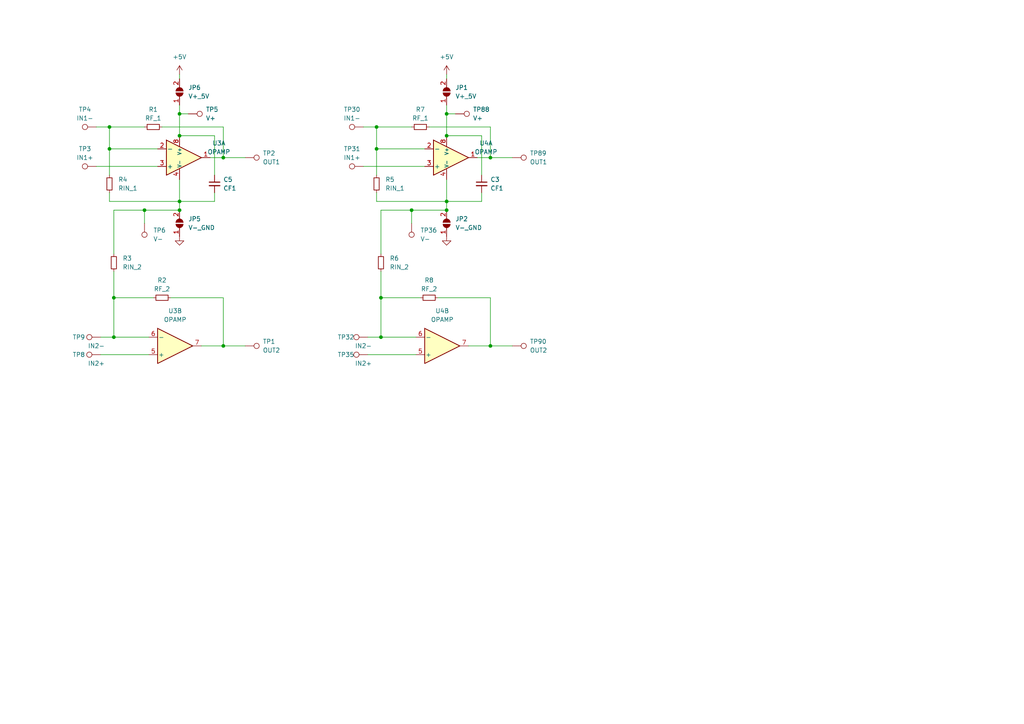
<source format=kicad_sch>
(kicad_sch (version 20250114) (generator "eeschema") (generator_version "9.0")
  (paper "A4")
  (lib_symbols
    (symbol "Connector:TestPoint" (pin_numbers (hide yes)) (pin_names (offset 0.762) (hide yes))
      (property "Reference" "TP" (at 0 6.858 0))
      (property "Value" "TestPoint" (at 0 5.08 0))
      (symbol "TestPoint_0_1"
        (circle (center 0 3.302) (radius 0.762))
      )
      (symbol "TestPoint_1_1"
        (pin passive line (at 0 0 90) (length 2.54) (name "1") (number "1"))
      )
    )
    (symbol "Device:C_Small" (pin_numbers (hide yes)) (pin_names (offset 0.254) (hide yes))
      (property "Reference" "C" (at 0.254 1.778 0))
      (property "Value" "C_Small" (at 0.254 -2.032 0))
      (symbol "C_Small_0_1"
        (polyline (pts (xy -1.524 0.508) (xy 1.524 0.508)) (stroke (width 0.3048)))
        (polyline (pts (xy -1.524 -0.508) (xy 1.524 -0.508)) (stroke (width 0.3302)))
      )
      (symbol "C_Small_1_1"
        (pin passive line (at 0 2.54 270) (length 2.032) (name "~") (number "1"))
        (pin passive line (at 0 -2.54 90) (length 2.032) (name "~") (number "2"))
      )
    )
    (symbol "Device:R_Small" (pin_numbers (hide yes)) (pin_names (offset 0.254) (hide yes))
      (property "Reference" "R" (at 0.762 0.508 0))
      (property "Value" "R_Small" (at 0.762 -1.016 0))
      (symbol "R_Small_0_1"
        (rectangle (start -0.762 1.778) (end 0.762 -1.778) (stroke (width 0.2032)))
      )
      (symbol "R_Small_1_1"
        (pin passive line (at 0 2.54 270) (length 0.762) (name "~") (number "1"))
        (pin passive line (at 0 -2.54 90) (length 0.762) (name "~") (number "2"))
      )
    )
    (symbol "Jumper:SolderJumper_2_Open" (pin_names (offset 0) (hide yes))
      (property "Reference" "JP" (at 0 2.032 0))
      (property "Value" "SolderJumper_2_Open" (at 0 -2.54 0))
      (symbol "SolderJumper_2_Open_0_1"
        (polyline (pts (xy -0.254 1.016) (xy -0.254 -1.016)))
        (arc (start -0.254 -1.016) (mid -1.2656 0) (end -0.254 1.016))
        (arc (start -0.254 -1.016) (mid -1.2656 0) (end -0.254 1.016) (fill (type outline)))
        (arc (start 0.254 1.016) (mid 1.2656 0) (end 0.254 -1.016))
        (arc (start 0.254 1.016) (mid 1.2656 0) (end 0.254 -1.016) (fill (type outline)))
        (polyline (pts (xy 0.254 1.016) (xy 0.254 -1.016)))
      )
      (symbol "SolderJumper_2_Open_1_1"
        (pin passive line (at -3.81 0 0) (length 2.54) (name "A") (number "1"))
        (pin passive line (at 3.81 0 180) (length 2.54) (name "B") (number "2"))
      )
    )
    (symbol "PCM_Amplifier_Operational_AKL:MCP6V02T-E-SN" (pin_names (offset 0.2))
      (property "Reference" "U" (at 2.54 7.62 0))
      (property "Value" "MCP6V02T-E-SN" (at 2.54 5.08 0))
      (symbol "MCP6V02T-E-SN_0_1"
        (polyline (pts (xy -3.81 5.08) (xy -3.81 -5.08) (xy 6.35 0) (xy -3.81 5.08)) (stroke (width 0.254)) (fill (type background)))
      )
      (symbol "MCP6V02T-E-SN_1_1"
        (pin input line (at -6.35 2.54 0) (length 2.54) (name "-") (number "2"))
        (pin input line (at -6.35 -2.54 0) (length 2.54) (name "+") (number "3"))
        (pin power_in line (at 0 6.35 270) (length 3.18) (name "V+") (number "8"))
        (pin power_in line (at 0 -6.35 90) (length 3.18) (name "V-") (number "4"))
        (pin output line (at 8.89 0 180) (length 2.54) (name "~") (number "1"))
      )
      (symbol "MCP6V02T-E-SN_2_1"
        (pin input line (at -6.35 2.54 0) (length 2.54) (name "-") (number "6"))
        (pin input line (at -6.35 -2.54 0) (length 2.54) (name "+") (number "5"))
        (pin output line (at 8.89 0 180) (length 2.54) (name "~") (number "7"))
      )
    )
    (symbol "power:+5V" (power) (pin_names (offset 0))
      (property "Value" "+5V" (at 0 3.556 0))
      (symbol "+5V_0_1"
        (polyline (pts (xy -0.762 1.27) (xy 0 2.54)))
        (polyline (pts (xy 0 2.54) (xy 0.762 1.27)))
        (polyline (pts (xy 0 0) (xy 0 2.54)))
      )
      (symbol "+5V_1_1"
        (pin power_in line (at 0 0 90) (length 0) (hide yes) (name "+5V") (number "1"))
      )
    )
    (symbol "power:GND" (power) (pin_names (offset 0))
      (property "Value" "GND" (at 0 -3.81 0))
      (symbol "GND_0_1"
        (polyline (pts (xy 0 0) (xy 0 -1.27) (xy 1.27 -1.27) (xy 0 -2.54) (xy -1.27 -1.27) (xy 0 -1.27)))
      )
      (symbol "GND_1_1"
        (pin power_in line (at 0 0 270) (length 0) (hide yes) (name "GND") (number "1"))
      )
    )
  )
  (junction (at 31.75 36.83))
  (junction (at 31.75 43.18))
  (junction (at 110.49 97.79))
  (junction (at 129.54 39.37))
  (junction (at 64.77 100.33))
  (junction (at 109.22 43.18))
  (junction (at 33.02 97.79))
  (junction (at 142.24 45.72))
  (junction (at 119.38 60.96))
  (junction (at 109.22 36.83))
  (junction (at 33.02 86.36))
  (junction (at 129.54 58.42))
  (junction (at 142.24 100.33))
  (junction (at 129.54 33.02))
  (junction (at 52.07 60.96))
  (junction (at 64.77 45.72))
  (junction (at 52.07 58.42))
  (junction (at 52.07 33.02))
  (junction (at 41.91 60.96))
  (junction (at 52.07 39.37))
  (junction (at 110.49 86.36))
  (junction (at 129.54 60.96))
  (wire (pts (xy 64.77 36.83) (xy 64.77 45.72)))
  (wire (pts (xy 33.02 60.96) (xy 41.91 60.96)))
  (wire (pts (xy 110.49 86.36) (xy 121.92 86.36)))
  (wire (pts (xy 46.99 36.83) (xy 64.77 36.83)))
  (wire (pts (xy 142.24 45.72) (xy 148.59 45.72)))
  (wire (pts (xy 129.54 21.59) (xy 129.54 22.86)))
  (wire (pts (xy 33.02 97.79) (xy 43.18 97.79)))
  (wire (pts (xy 29.21 97.79) (xy 33.02 97.79)))
  (wire (pts (xy 123.19 43.18) (xy 109.22 43.18)))
  (wire (pts (xy 33.02 86.36) (xy 33.02 97.79)))
  (wire (pts (xy 139.7 50.8) (xy 139.7 39.37)))
  (wire (pts (xy 27.94 36.83) (xy 31.75 36.83)))
  (wire (pts (xy 142.24 45.72) (xy 138.43 45.72)))
  (wire (pts (xy 52.07 30.48) (xy 52.07 33.02)))
  (wire (pts (xy 31.75 58.42) (xy 52.07 58.42)))
  (wire (pts (xy 139.7 58.42) (xy 129.54 58.42)))
  (wire (pts (xy 45.72 43.18) (xy 31.75 43.18)))
  (wire (pts (xy 52.07 33.02) (xy 54.61 33.02)))
  (wire (pts (xy 139.7 55.88) (xy 139.7 58.42)))
  (wire (pts (xy 142.24 86.36) (xy 142.24 100.33)))
  (wire (pts (xy 129.54 60.96) (xy 129.54 58.42)))
  (wire (pts (xy 129.54 33.02) (xy 129.54 39.37)))
  (wire (pts (xy 109.22 58.42) (xy 129.54 58.42)))
  (wire (pts (xy 142.24 100.33) (xy 148.59 100.33)))
  (wire (pts (xy 109.22 43.18) (xy 109.22 50.8)))
  (wire (pts (xy 33.02 86.36) (xy 44.45 86.36)))
  (wire (pts (xy 52.07 21.59) (xy 52.07 22.86)))
  (wire (pts (xy 110.49 73.66) (xy 110.49 60.96)))
  (wire (pts (xy 31.75 36.83) (xy 41.91 36.83)))
  (wire (pts (xy 129.54 33.02) (xy 132.08 33.02)))
  (wire (pts (xy 106.68 102.87) (xy 120.65 102.87)))
  (wire (pts (xy 62.23 39.37) (xy 52.07 39.37)))
  (wire (pts (xy 64.77 100.33) (xy 71.12 100.33)))
  (wire (pts (xy 33.02 78.74) (xy 33.02 86.36)))
  (wire (pts (xy 64.77 86.36) (xy 64.77 100.33)))
  (wire (pts (xy 124.46 36.83) (xy 142.24 36.83)))
  (wire (pts (xy 110.49 97.79) (xy 120.65 97.79)))
  (wire (pts (xy 105.41 48.26) (xy 123.19 48.26)))
  (wire (pts (xy 105.41 36.83) (xy 109.22 36.83)))
  (wire (pts (xy 64.77 45.72) (xy 71.12 45.72)))
  (wire (pts (xy 135.89 100.33) (xy 142.24 100.33)))
  (wire (pts (xy 31.75 43.18) (xy 31.75 36.83)))
  (wire (pts (xy 64.77 45.72) (xy 60.96 45.72)))
  (wire (pts (xy 110.49 60.96) (xy 119.38 60.96)))
  (wire (pts (xy 31.75 43.18) (xy 31.75 50.8)))
  (wire (pts (xy 109.22 43.18) (xy 109.22 36.83)))
  (wire (pts (xy 52.07 33.02) (xy 52.07 39.37)))
  (wire (pts (xy 129.54 52.07) (xy 129.54 58.42)))
  (wire (pts (xy 52.07 60.96) (xy 52.07 58.42)))
  (wire (pts (xy 142.24 36.83) (xy 142.24 45.72)))
  (wire (pts (xy 52.07 52.07) (xy 52.07 58.42)))
  (wire (pts (xy 62.23 50.8) (xy 62.23 39.37)))
  (wire (pts (xy 27.94 48.26) (xy 45.72 48.26)))
  (wire (pts (xy 41.91 60.96) (xy 52.07 60.96)))
  (wire (pts (xy 31.75 55.88) (xy 31.75 58.42)))
  (wire (pts (xy 109.22 55.88) (xy 109.22 58.42)))
  (wire (pts (xy 49.53 86.36) (xy 64.77 86.36)))
  (wire (pts (xy 110.49 86.36) (xy 110.49 97.79)))
  (wire (pts (xy 109.22 36.83) (xy 119.38 36.83)))
  (wire (pts (xy 62.23 58.42) (xy 52.07 58.42)))
  (wire (pts (xy 110.49 78.74) (xy 110.49 86.36)))
  (wire (pts (xy 62.23 55.88) (xy 62.23 58.42)))
  (wire (pts (xy 106.68 97.79) (xy 110.49 97.79)))
  (wire (pts (xy 41.91 64.77) (xy 41.91 60.96)))
  (wire (pts (xy 119.38 64.77) (xy 119.38 60.96)))
  (wire (pts (xy 139.7 39.37) (xy 129.54 39.37)))
  (wire (pts (xy 119.38 60.96) (xy 129.54 60.96)))
  (wire (pts (xy 29.21 102.87) (xy 43.18 102.87)))
  (wire (pts (xy 129.54 30.48) (xy 129.54 33.02)))
  (wire (pts (xy 127 86.36) (xy 142.24 86.36)))
  (wire (pts (xy 33.02 73.66) (xy 33.02 60.96)))
  (wire (pts (xy 58.42 100.33) (xy 64.77 100.33)))
  (symbol (lib_id "power:+5V") (at 129.54 21.59 0) (unit 1)
    (property "Reference" "#PWR08" (effects (hide yes)))
    (property "Value" "+5V" (at 129.54 16.51 0))
  )
  (symbol (lib_id "Connector:TestPoint") (at 148.59 100.33 270) (unit 1)
    (property "Reference" "TP90" (at 153.67 99.06 90) (effects (justify left)))
    (property "Value" "OUT2" (at 153.67 101.6 90) (effects (justify left)))
    (property "Footprint" "TestPoint:TestPoint_Pad_D2.0mm" (effects (hide yes)))
  )
  (symbol (lib_id "Connector:TestPoint") (at 41.91 64.77 180) (unit 1)
    (property "Reference" "TP6" (at 44.45 66.802 0) (effects (justify right)))
    (property "Value" "V-" (at 44.45 69.342 0) (effects (justify right)))
    (property "Footprint" "TestPoint:TestPoint_Pad_D2.0mm" (effects (hide yes)))
  )
  (symbol (lib_id "Connector:TestPoint") (at 106.68 102.87 90) (unit 1)
    (property "Reference" "TP35" (at 100.33 102.87 90))
    (property "Value" "IN2+" (at 105.41 105.41 90))
    (property "Footprint" "TestPoint:TestPoint_Pad_D2.0mm" (effects (hide yes)))
  )
  (symbol (lib_id "Connector:TestPoint") (at 27.94 48.26 90) (unit 1)
    (property "Reference" "TP3" (at 24.638 43.18 90))
    (property "Value" "IN1+" (at 24.638 45.72 90))
    (property "Footprint" "TestPoint:TestPoint_Pad_D2.0mm" (effects (hide yes)))
  )
  (symbol (lib_id "Connector:TestPoint") (at 148.59 45.72 270) (unit 1)
    (property "Reference" "TP89" (at 153.67 44.45 90) (effects (justify left)))
    (property "Value" "OUT1" (at 153.67 46.99 90) (effects (justify left)))
    (property "Footprint" "TestPoint:TestPoint_Pad_D2.0mm" (effects (hide yes)))
  )
  (symbol (lib_id "Connector:TestPoint") (at 29.21 102.87 90) (unit 1)
    (property "Reference" "TP8" (at 22.86 102.87 90))
    (property "Value" "IN2+" (at 27.94 105.41 90))
    (property "Footprint" "TestPoint:TestPoint_Pad_D2.0mm" (effects (hide yes)))
  )
  (symbol (lib_id "Connector:TestPoint") (at 106.68 97.79 90) (unit 1)
    (property "Reference" "TP32" (at 100.33 97.79 90))
    (property "Value" "IN2-" (at 105.41 100.33 90))
    (property "Footprint" "TestPoint:TestPoint_Pad_D2.0mm" (effects (hide yes)))
  )
  (symbol (lib_id "power:GND") (at 52.07 68.58 0) (unit 1)
    (property "Reference" "#PWR012" (effects (hide yes)))
    (property "Value" "GND" (effects (hide yes)))
  )
  (symbol (lib_id "PCM_Amplifier_Operational_AKL:MCP6V02T-E-SN") (at 49.53 100.33 0) (unit 2)
    (property "Reference" "U3" (at 50.8 90.17 0))
    (property "Value" "OPAMP" (at 50.8 92.71 0))
    (property "Footprint" "testboard:SOIC-8_5.23x5.23mm_P1.27mm_test" (effects (hide yes)))
    (property "Datasheet" "https://www.tme.eu/Document/d1a170f5d1d9ac4f0ccae2618cd54ca4/mcp6v01_2_3.pdf" (effects (hide yes)))
  )
  (symbol (lib_id "Connector:TestPoint") (at 71.12 45.72 270) (unit 1)
    (property "Reference" "TP2" (at 76.2 44.45 90) (effects (justify left)))
    (property "Value" "OUT1" (at 76.2 46.99 90) (effects (justify left)))
    (property "Footprint" "TestPoint:TestPoint_Pad_D2.0mm" (effects (hide yes)))
  )
  (symbol (lib_id "PCM_Amplifier_Operational_AKL:MCP6V02T-E-SN") (at 129.54 45.72 0) (unit 1)
    (property "Reference" "U4" (at 140.97 41.5291 0))
    (property "Value" "OPAMP" (at 140.97 44.0691 0))
    (property "Footprint" "testboard:SOIC-8_5.23x5.23mm_P1.27mm_test" (effects (hide yes)))
    (property "Datasheet" "https://www.tme.eu/Document/d1a170f5d1d9ac4f0ccae2618cd54ca4/mcp6v01_2_3.pdf" (effects (hide yes)))
  )
  (symbol (lib_id "Device:C_Small") (at 139.7 53.34 0) (unit 1)
    (property "Reference" "C3" (at 142.24 52.0763 0) (effects (justify left)))
    (property "Value" "CF1" (at 142.24 54.6163 0) (effects (justify left)))
    (property "Footprint" "testboard:R_1206_0805_3216Metric_Pad1.30x1.75mm_HandSolder_test" (effects (hide yes)))
  )
  (symbol (lib_id "Connector:TestPoint") (at 29.21 97.79 90) (unit 1)
    (property "Reference" "TP9" (at 22.86 97.79 90))
    (property "Value" "IN2-" (at 27.94 100.33 90))
    (property "Footprint" "TestPoint:TestPoint_Pad_D2.0mm" (effects (hide yes)))
  )
  (symbol (lib_id "Jumper:SolderJumper_2_Open") (at 129.54 26.67 90) (unit 1)
    (property "Reference" "JP1" (at 132.08 25.4 90) (effects (justify right)))
    (property "Value" "V+_5V" (at 132.08 27.94 90) (effects (justify right)))
    (property "Footprint" "Jumper:SolderJumper-2_P1.3mm_Open_RoundedPad1.0x1.5mm" (effects (hide yes)))
  )
  (symbol (lib_id "Device:R_Small") (at 31.75 53.34 180) (unit 1)
    (property "Reference" "R4" (at 34.29 52.07 0) (effects (justify right)))
    (property "Value" "RIN_1" (at 34.29 54.61 0) (effects (justify right)))
    (property "Footprint" "testboard:R_1206_0805_3216Metric_Pad1.30x1.75mm_HandSolder_test" (effects (hide yes)))
  )
  (symbol (lib_id "Jumper:SolderJumper_2_Open") (at 52.07 64.77 90) (unit 1)
    (property "Reference" "JP5" (at 54.61 63.5 90) (effects (justify right)))
    (property "Value" "V-_GND" (at 54.61 66.04 90) (effects (justify right)))
    (property "Footprint" "Jumper:SolderJumper-2_P1.3mm_Open_RoundedPad1.0x1.5mm" (effects (hide yes)))
  )
  (symbol (lib_id "Device:C_Small") (at 62.23 53.34 0) (unit 1)
    (property "Reference" "C5" (at 64.77 52.0763 0) (effects (justify left)))
    (property "Value" "CF1" (at 64.77 54.6163 0) (effects (justify left)))
    (property "Footprint" "testboard:R_1206_0805_3216Metric_Pad1.30x1.75mm_HandSolder_test" (effects (hide yes)))
  )
  (symbol (lib_id "Device:R_Small") (at 44.45 36.83 90) (unit 1)
    (property "Reference" "R1" (at 44.45 31.75 90))
    (property "Value" "RF_1" (at 44.45 34.29 90))
    (property "Footprint" "testboard:R_1206_0805_3216Metric_Pad1.30x1.75mm_HandSolder_test" (effects (hide yes)))
  )
  (symbol (lib_id "Device:R_Small") (at 46.99 86.36 90) (unit 1)
    (property "Reference" "R2" (at 46.99 81.28 90))
    (property "Value" "RF_2" (at 46.99 83.82 90))
    (property "Footprint" "testboard:R_1206_0805_3216Metric_Pad1.30x1.75mm_HandSolder_test" (effects (hide yes)))
  )
  (symbol (lib_id "Connector:TestPoint") (at 71.12 100.33 270) (unit 1)
    (property "Reference" "TP1" (at 76.2 99.06 90) (effects (justify left)))
    (property "Value" "OUT2" (at 76.2 101.6 90) (effects (justify left)))
    (property "Footprint" "TestPoint:TestPoint_Pad_D2.0mm" (effects (hide yes)))
  )
  (symbol (lib_id "Device:R_Small") (at 109.22 53.34 180) (unit 1)
    (property "Reference" "R5" (at 111.76 52.07 0) (effects (justify right)))
    (property "Value" "RIN_1" (at 111.76 54.61 0) (effects (justify right)))
    (property "Footprint" "testboard:R_1206_0805_3216Metric_Pad1.30x1.75mm_HandSolder_test" (effects (hide yes)))
  )
  (symbol (lib_id "Connector:TestPoint") (at 105.41 36.83 90) (unit 1)
    (property "Reference" "TP30" (at 102.108 31.75 90))
    (property "Value" "IN1-" (at 102.108 34.29 90))
    (property "Footprint" "TestPoint:TestPoint_Pad_D2.0mm" (effects (hide yes)))
  )
  (symbol (lib_id "Connector:TestPoint") (at 132.08 33.02 270) (unit 1)
    (property "Reference" "TP88" (at 137.16 31.75 90) (effects (justify left)))
    (property "Value" "V+" (at 137.16 34.29 90) (effects (justify left)))
    (property "Footprint" "TestPoint:TestPoint_Pad_D2.0mm" (effects (hide yes)))
  )
  (symbol (lib_id "Device:R_Small") (at 33.02 76.2 180) (unit 1)
    (property "Reference" "R3" (at 35.56 74.93 0) (effects (justify right)))
    (property "Value" "RIN_2" (at 35.56 77.47 0) (effects (justify right)))
    (property "Footprint" "testboard:R_1206_0805_3216Metric_Pad1.30x1.75mm_HandSolder_test" (effects (hide yes)))
  )
  (symbol (lib_id "Jumper:SolderJumper_2_Open") (at 129.54 64.77 90) (unit 1)
    (property "Reference" "JP2" (at 132.08 63.5 90) (effects (justify right)))
    (property "Value" "V-_GND" (at 132.08 66.04 90) (effects (justify right)))
    (property "Footprint" "Jumper:SolderJumper-2_P1.3mm_Open_RoundedPad1.0x1.5mm" (effects (hide yes)))
  )
  (symbol (lib_id "power:+5V") (at 52.07 21.59 0) (unit 1)
    (property "Reference" "#PWR013" (effects (hide yes)))
    (property "Value" "+5V" (at 52.07 16.51 0))
  )
  (symbol (lib_id "PCM_Amplifier_Operational_AKL:MCP6V02T-E-SN") (at 127 100.33 0) (unit 2)
    (property "Reference" "U4" (at 128.27 90.17 0))
    (property "Value" "OPAMP" (at 128.27 92.71 0))
    (property "Footprint" "testboard:SOIC-8_5.23x5.23mm_P1.27mm_test" (effects (hide yes)))
    (property "Datasheet" "https://www.tme.eu/Document/d1a170f5d1d9ac4f0ccae2618cd54ca4/mcp6v01_2_3.pdf" (effects (hide yes)))
  )
  (symbol (lib_id "Connector:TestPoint") (at 119.38 64.77 180) (unit 1)
    (property "Reference" "TP36" (at 121.92 66.802 0) (effects (justify right)))
    (property "Value" "V-" (at 121.92 69.342 0) (effects (justify right)))
    (property "Footprint" "TestPoint:TestPoint_Pad_D2.0mm" (effects (hide yes)))
  )
  (symbol (lib_id "Connector:TestPoint") (at 27.94 36.83 90) (unit 1)
    (property "Reference" "TP4" (at 24.638 31.75 90))
    (property "Value" "IN1-" (at 24.638 34.29 90))
    (property "Footprint" "TestPoint:TestPoint_Pad_D2.0mm" (effects (hide yes)))
  )
  (symbol (lib_id "Device:R_Small") (at 124.46 86.36 90) (unit 1)
    (property "Reference" "R8" (at 124.46 81.28 90))
    (property "Value" "RF_2" (at 124.46 83.82 90))
    (property "Footprint" "testboard:R_1206_0805_3216Metric_Pad1.30x1.75mm_HandSolder_test" (effects (hide yes)))
  )
  (symbol (lib_id "Connector:TestPoint") (at 54.61 33.02 270) (unit 1)
    (property "Reference" "TP5" (at 59.69 31.75 90) (effects (justify left)))
    (property "Value" "V+" (at 59.69 34.29 90) (effects (justify left)))
    (property "Footprint" "TestPoint:TestPoint_Pad_D2.0mm" (effects (hide yes)))
  )
  (symbol (lib_id "PCM_Amplifier_Operational_AKL:MCP6V02T-E-SN") (at 52.07 45.72 0) (unit 1)
    (property "Reference" "U3" (at 63.5 41.5291 0))
    (property "Value" "OPAMP" (at 63.5 44.0691 0))
    (property "Footprint" "testboard:SOIC-8_5.23x5.23mm_P1.27mm_test" (effects (hide yes)))
    (property "Datasheet" "https://www.tme.eu/Document/d1a170f5d1d9ac4f0ccae2618cd54ca4/mcp6v01_2_3.pdf" (effects (hide yes)))
  )
  (symbol (lib_id "Device:R_Small") (at 110.49 76.2 180) (unit 1)
    (property "Reference" "R6" (at 113.03 74.93 0) (effects (justify right)))
    (property "Value" "RIN_2" (at 113.03 77.47 0) (effects (justify right)))
    (property "Footprint" "testboard:R_1206_0805_3216Metric_Pad1.30x1.75mm_HandSolder_test" (effects (hide yes)))
  )
  (symbol (lib_id "power:GND") (at 129.54 68.58 0) (unit 1)
    (property "Reference" "#PWR09" (effects (hide yes)))
    (property "Value" "GND" (effects (hide yes)))
  )
  (symbol (lib_id "Connector:TestPoint") (at 105.41 48.26 90) (unit 1)
    (property "Reference" "TP31" (at 102.108 43.18 90))
    (property "Value" "IN1+" (at 102.108 45.72 90))
    (property "Footprint" "TestPoint:TestPoint_Pad_D2.0mm" (effects (hide yes)))
  )
  (symbol (lib_id "Jumper:SolderJumper_2_Open") (at 52.07 26.67 90) (unit 1)
    (property "Reference" "JP6" (at 54.61 25.4 90) (effects (justify right)))
    (property "Value" "V+_5V" (at 54.61 27.94 90) (effects (justify right)))
    (property "Footprint" "Jumper:SolderJumper-2_P1.3mm_Open_RoundedPad1.0x1.5mm" (effects (hide yes)))
  )
  (symbol (lib_id "Device:R_Small") (at 121.92 36.83 90) (unit 1)
    (property "Reference" "R7" (at 121.92 31.75 90))
    (property "Value" "RF_1" (at 121.92 34.29 90))
    (property "Footprint" "testboard:R_1206_0805_3216Metric_Pad1.30x1.75mm_HandSolder_test" (effects (hide yes)))
  )
)
</source>
